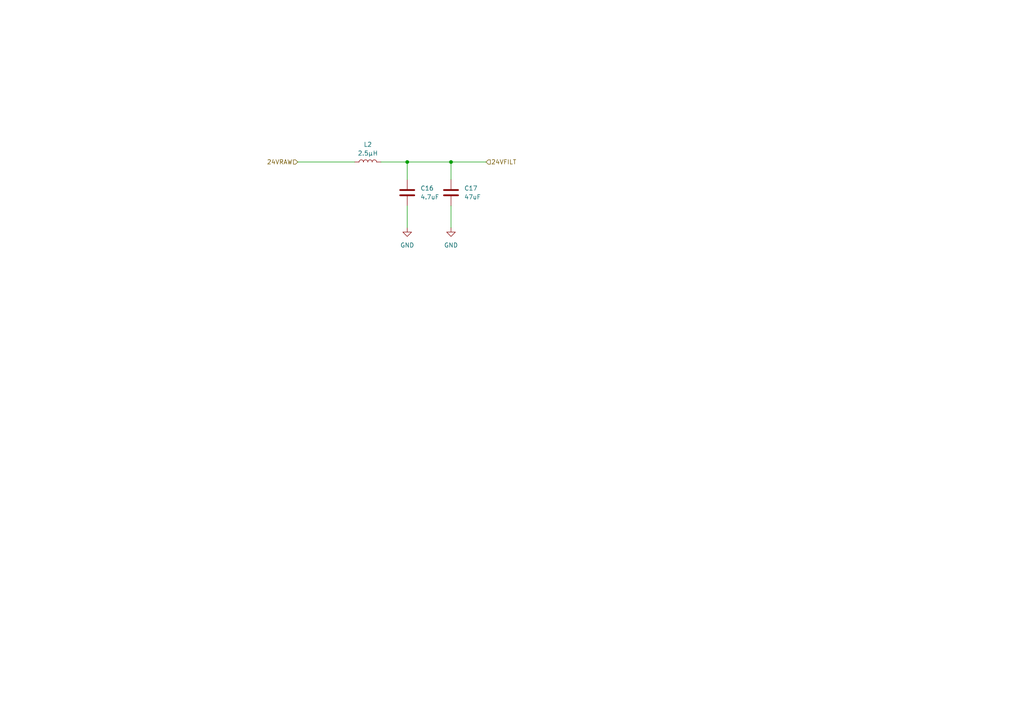
<source format=kicad_sch>
(kicad_sch (version 20230121) (generator eeschema)
  (paper "A4")
  (lib_symbols
    (symbol "benediktibk:C_47uF_SMD_1206_25V_20%" (pin_numbers hide) (pin_names (offset 0.254))
      (property "Reference" "C" (at 0.635 2.54 0))
      (property "Value" "C_47uF_SMD_1206_25V_20%" (at 0.635 -2.54 0))
      (symbol "C_47uF_SMD_1206_25V_20%_0_1"
        (polyline (pts (xy -2.032 -0.762) (xy 2.032 -0.762)) (stroke (width 0.508)))
        (polyline (pts (xy -2.032 0.762) (xy 2.032 0.762)) (stroke (width 0.508)))
      )
      (symbol "C_47uF_SMD_1206_25V_20%_1_1"
        (pin passive line (at 0 3.81 270) (length 2.794) (name "~") (number "1"))
        (pin passive line (at 0 -3.81 90) (length 2.794) (name "~") (number "2"))
      )
    )
    (symbol "benediktibk:C_4_7uF_SMD_0805_50V_10%" (pin_numbers hide) (pin_names (offset 0.254))
      (property "Reference" "C" (at 0.635 2.54 0))
      (property "Value" "C_4_7uF_SMD_0805_50V_10%" (at 0.635 -2.54 0))
      (symbol "C_4_7uF_SMD_0805_50V_10%_0_1"
        (polyline (pts (xy -2.032 -0.762) (xy 2.032 -0.762)) (stroke (width 0.508)))
        (polyline (pts (xy -2.032 0.762) (xy 2.032 0.762)) (stroke (width 0.508)))
      )
      (symbol "C_4_7uF_SMD_0805_50V_10%_1_1"
        (pin passive line (at 0 3.81 270) (length 2.794) (name "~") (number "1"))
        (pin passive line (at 0 -3.81 90) (length 2.794) (name "~") (number "2"))
      )
    )
    (symbol "benediktibk:L_2_5µH_30A" (pin_numbers hide) (pin_names (offset 1.016) hide)
      (property "Reference" "L" (at -1.27 0 90))
      (property "Value" "L_2_5µH_30A" (at 1.905 0 90))
      (symbol "L_2_5µH_30A_0_1"
        (arc (start 0 -2.54) (mid 0.6323 -1.905) (end 0 -1.27))
        (arc (start 0 -1.27) (mid 0.6323 -0.635) (end 0 0))
        (arc (start 0 0) (mid 0.6323 0.635) (end 0 1.27))
        (arc (start 0 1.27) (mid 0.6323 1.905) (end 0 2.54))
      )
      (symbol "L_2_5µH_30A_1_1"
        (pin passive line (at 0 3.81 270) (length 1.27) (name "1") (number "1"))
        (pin passive line (at 0 -3.81 90) (length 1.27) (name "2") (number "2"))
      )
    )
    (symbol "power:GND" (power) (pin_names (offset 0))
      (property "Value" "GND" (at 0 -3.81 0))
      (symbol "GND_0_1"
        (polyline (pts (xy 0 0) (xy 0 -1.27) (xy 1.27 -1.27) (xy 0 -2.54) (xy -1.27 -1.27) (xy 0 -1.27)))
      )
      (symbol "GND_1_1"
        (pin power_in line (at 0 0 270) (length 0) hide (name "GND") (number "1"))
      )
    )
  )
  (junction (at 118.11 46.99))
  (junction (at 130.81 46.99))
  (wire (pts (xy 130.81 46.99) (xy 130.81 52.07)))
  (wire (pts (xy 118.11 46.99) (xy 130.81 46.99)))
  (wire (pts (xy 110.49 46.99) (xy 118.11 46.99)))
  (wire (pts (xy 86.36 46.99) (xy 102.87 46.99)))
  (wire (pts (xy 118.11 59.69) (xy 118.11 66.04)))
  (wire (pts (xy 130.81 46.99) (xy 140.97 46.99)))
  (wire (pts (xy 130.81 59.69) (xy 130.81 66.04)))
  (wire (pts (xy 118.11 46.99) (xy 118.11 52.07)))
  (hierarchical_label "24VFILT" (shape input) (at 140.97 46.99 0))
  (hierarchical_label "24VRAW" (shape input) (at 86.36 46.99 180))
  (symbol (lib_id "benediktibk:L_2_5µH_30A") (at 106.68 46.99 90) (unit 1)
    (property "Reference" "L2" (at 106.68 41.91 90))
    (property "Value" "2.5µH" (at 106.68 44.45 90))
    (property "Footprint" "benediktibk:ETQP8" (effects hide))
    (property "RS order number" " 238-3683" (effects hide))
  )
  (symbol (lib_id "power:GND") (at 118.11 66.04 0) (unit 1)
    (property "Reference" "#PWR031" (effects hide))
    (property "Value" "GND" (at 118.11 71.12 0))
  )
  (symbol (lib_id "benediktibk:C_4_7uF_SMD_0805_50V_10%") (at 118.11 55.88 0) (unit 1)
    (property "Reference" "C16" (at 121.92 54.61 0) (effects (justify left)))
    (property "Value" "4.7uF" (at 121.92 57.15 0) (effects (justify left)))
    (property "Footprint" "benediktibk:C_0805_2012Metric_Pad1.18x1.45mm_HandSolder" (effects hide))
    (property "RS order number" "113-8707" (effects hide))
  )
  (symbol (lib_id "benediktibk:C_47uF_SMD_1206_25V_20%") (at 130.81 55.88 0) (unit 1)
    (property "Reference" "C17" (at 134.62 54.61 0) (effects (justify left)))
    (property "Value" "47uF" (at 134.62 57.15 0) (effects (justify left)))
    (property "Footprint" "benediktibk:C_1206_3216Metric_Pad1.33x1.80mm_HandSolder" (effects hide))
    (property "RS order number" "788-3060" (effects hide))
  )
  (symbol (lib_id "power:GND") (at 130.81 66.04 0) (unit 1)
    (property "Reference" "#PWR032" (effects hide))
    (property "Value" "GND" (at 130.81 71.12 0))
  )
)
</source>
